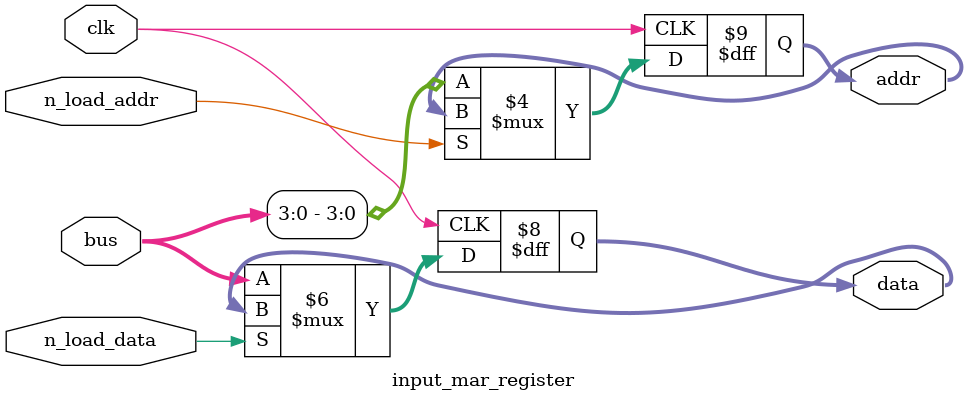
<source format=v>
module input_mar_register(
  input clk, n_load_data, n_load_addr,
  input [7:0] bus,
  output reg [7:0] data,
  output reg [3:0] addr
);
  
  always@(posedge clk) begin
    if(!n_load_data) data <= bus;
    if(!n_load_addr) addr <= bus[3:0];
  end
endmodule
</source>
